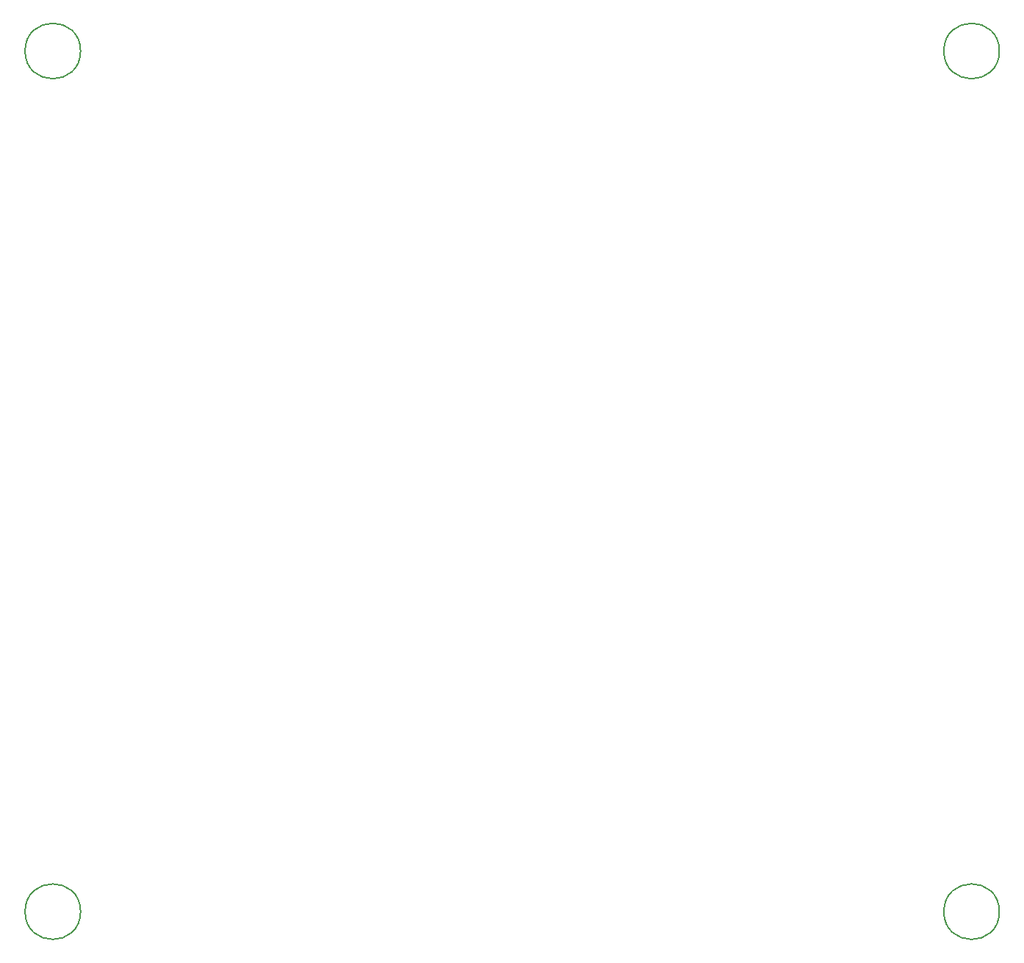
<source format=gbr>
G04 #@! TF.GenerationSoftware,KiCad,Pcbnew,9.0.2*
G04 #@! TF.CreationDate,2025-06-16T21:06:24+01:00*
G04 #@! TF.ProjectId,WS2812B_strip_driver_wled,57533238-3132-4425-9f73-747269705f64,rev?*
G04 #@! TF.SameCoordinates,Original*
G04 #@! TF.FileFunction,Other,Comment*
%FSLAX46Y46*%
G04 Gerber Fmt 4.6, Leading zero omitted, Abs format (unit mm)*
G04 Created by KiCad (PCBNEW 9.0.2) date 2025-06-16 21:06:24*
%MOMM*%
%LPD*%
G01*
G04 APERTURE LIST*
%ADD10C,0.150000*%
G04 APERTURE END LIST*
D10*
G04 #@! TO.C,H1*
X19800000Y-77400000D02*
G75*
G02*
X13400000Y-77400000I-3200000J0D01*
G01*
X13400000Y-77400000D02*
G75*
G02*
X19800000Y-77400000I3200000J0D01*
G01*
G04 #@! TO.C,H3*
X19800000Y-176600000D02*
G75*
G02*
X13400000Y-176600000I-3200000J0D01*
G01*
X13400000Y-176600000D02*
G75*
G02*
X19800000Y-176600000I3200000J0D01*
G01*
G04 #@! TO.C,H4*
X125700000Y-176600000D02*
G75*
G02*
X119300000Y-176600000I-3200000J0D01*
G01*
X119300000Y-176600000D02*
G75*
G02*
X125700000Y-176600000I3200000J0D01*
G01*
G04 #@! TO.C,H2*
X125700000Y-77400000D02*
G75*
G02*
X119300000Y-77400000I-3200000J0D01*
G01*
X119300000Y-77400000D02*
G75*
G02*
X125700000Y-77400000I3200000J0D01*
G01*
G04 #@! TD*
M02*

</source>
